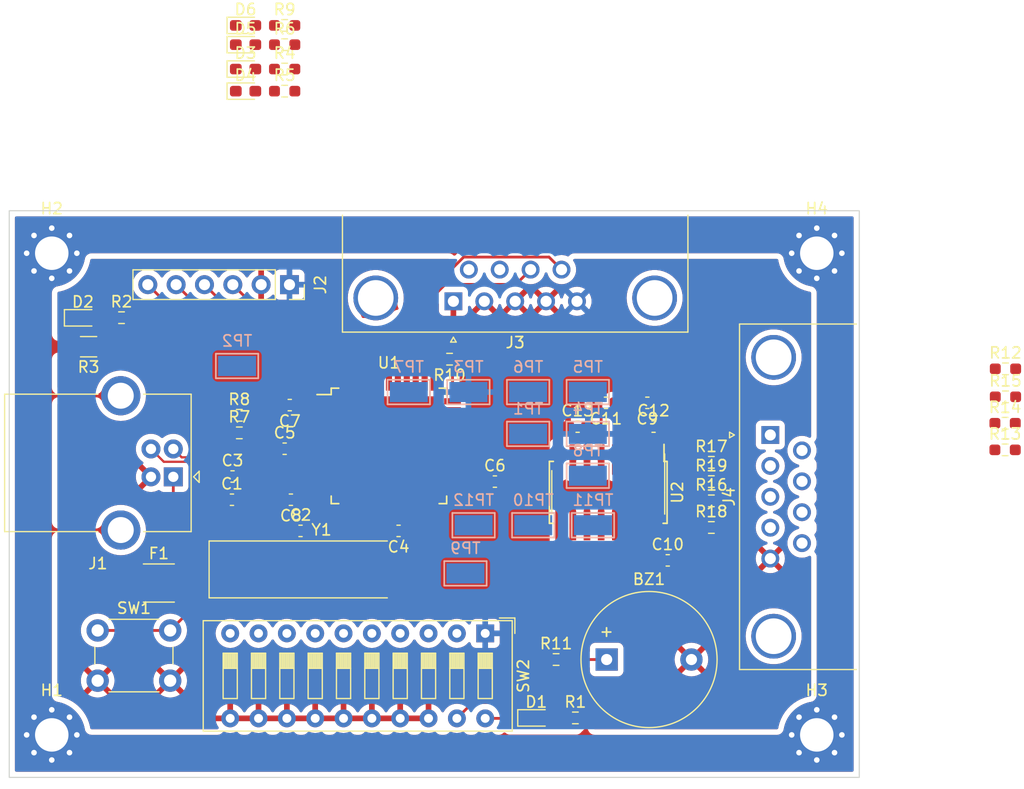
<source format=kicad_pcb>
(kicad_pcb (version 20211014) (generator pcbnew)
  (layers (0 "F.Cu" signal) (31 "B.Cu" signal) (34 "B.Paste" user) (35 "F.Paste" user) (36 "B.SilkS" user "B.Silkscreen") (37 "F.SilkS" user "F.Silkscreen") (38 "B.Mask" user) (39 "F.Mask" user) (44 "Edge.Cuts" user))
  (net 0 "")
  (net 1 "/BUZZER_OUT")
  (net 2 "GND")
  (net 3 "+5V")
  (net 4 "/XTAL2")
  (net 5 "/XTAL1")
  (net 6 "+3.3V")
  (net 7 "Net-(C9-Pad1)")
  (net 8 "Net-(C9-Pad2)")
  (net 9 "/5V_RS232")
  (net 10 "Net-(C11-Pad1)")
  (net 11 "Net-(C11-Pad2)")
  (net 12 "Net-(C12-Pad1)")
  (net 13 "Net-(C13-Pad2)")
  (net 14 "Net-(D1-Pad2)")
  (net 15 "Net-(D2-Pad2)")
  (net 16 "/IO12")
  (net 17 "Net-(D3-Pad2)")
  (net 18 "/TXLED")
  (net 19 "Net-(D4-Pad2)")
  (net 20 "/RXLED")
  (net 21 "Net-(D5-Pad2)")
  (net 22 "Net-(D6-Pad2)")
  (net 23 "/VBUS")
  (net 24 "/DIN-")
  (net 25 "/DIN+")
  (net 26 "/D+")
  (net 27 "/D-")
  (net 28 "/IO13")
  (net 29 "/BUZZER")
  (net 30 "/IO2")
  (net 31 "/IO15")
  (net 32 "/IO16")
  (net 33 "/IO14")
  (net 34 "/IO11")
  (net 35 "/IO7")
  (net 36 "/A0")
  (net 37 "/IO0_RX")
  (net 38 "/IO1_TX")
  (net 39 "/A1")
  (net 40 "/IO8")
  (net 41 "/IO9")
  (net 42 "/IO10")
  (net 43 "/IO5")
  (net 44 "/HWB")
  (net 45 "/IO3")
  (net 46 "/IO4")
  (net 47 "/IO6")
  (net 48 "/A2")
  (net 49 "/A3")
  (net 50 "/A4")
  (net 51 "/A5")
  (net 52 "CGND")
  (net 53 "/RST")
  (net 54 "Net-(J4-Pad1)")
  (net 55 "Net-(J4-Pad2)")
  (net 56 "Net-(J4-Pad3)")
  (net 57 "Net-(J4-Pad4)")
  (net 58 "Net-(J4-Pad6)")
  (net 59 "Net-(J4-Pad7)")
  (net 60 "Net-(J4-Pad8)")
  (net 61 "Net-(J4-Pad9)")
  (net 62 "Net-(R12-Pad2)")
  (net 63 "Net-(R13-Pad2)")
  (net 64 "Net-(R14-Pad2)")
  (net 65 "Net-(R15-Pad2)")
  (net 66 "Net-(R16-Pad1)")
  (net 67 "Net-(R17-Pad1)")
  (net 68 "Net-(R18-Pad1)")
  (net 69 "Net-(R19-Pad1)")
  (footprint "Resistor_SMD:R_0603_1608Metric_Pad0.98x0.95mm_HandSolder" (layer "F.Cu") (at 122.84 77.9152)
    (fp_text reference "R2")
    (fp_text value "1k")
  )
  (footprint "Capacitor_SMD:C_0603_1608Metric_Pad1.08x0.95mm_HandSolder" (layer "F.Cu") (at 171.8056 99.6696)
    (fp_text reference "C10")
    (fp_text value "0.1uF")
  )
  (footprint "Resistor_SMD:R_0603_1608Metric_Pad0.98x0.95mm_HandSolder" (layer "F.Cu") (at 137.4648 53.4416)
    (fp_text reference "R6")
    (fp_text value "1k")
  )
  (footprint "LED_SMD:LED_0603_1608Metric_Pad1.05x0.95mm_HandSolder" (layer "F.Cu") (at 133.9596 55.626)
    (fp_text reference "D3")
    (fp_text value "BLUE")
  )
  (footprint "Resistor_SMD:R_0603_1608Metric_Pad0.98x0.95mm_HandSolder" (layer "F.Cu") (at 202.0805 85.0092)
    (fp_text reference "R15")
    (fp_text value "0")
  )
  (footprint "Resistor_SMD:R_0603_1608Metric_Pad0.98x0.95mm_HandSolder" (layer "F.Cu") (at 133.4008 86.6648)
    (fp_text reference "R8")
    (fp_text value "22")
  )
  (footprint "LED_SMD:LED_0603_1608Metric_Pad1.05x0.95mm_HandSolder" (layer "F.Cu") (at 160.02 113.792)
    (fp_text reference "D1")
    (fp_text value "BLUE")
  )
  (footprint "Resistor_SMD:R_0603_1608Metric_Pad0.98x0.95mm_HandSolder" (layer "F.Cu") (at 161.798 108.5596)
    (fp_text reference "R11")
    (fp_text value "1k")
  )
  (footprint "Resistor_SMD:R_0603_1608Metric_Pad0.98x0.95mm_HandSolder" (layer "F.Cu") (at 175.7172 90.8812)
    (fp_text reference "R17")
    (fp_text value "0")
  )
  (footprint "Resistor_SMD:R_0603_1608Metric_Pad0.98x0.95mm_HandSolder" (layer "F.Cu") (at 133.4008 88.2396)
    (fp_text reference "R7")
    (fp_text value "22")
  )
  (footprint "Connector_USB:USB_B_OST_USB-B1HSxx_Horizontal" (layer "F.Cu") (at 127.4815 92.182 180)
    (fp_text reference "J1")
    (fp_text value "USB_B")
  )
  (footprint "Resistor_SMD:R_0603_1608Metric_Pad0.98x0.95mm_HandSolder" (layer "F.Cu") (at 175.7172 94.3356)
    (fp_text reference "R16")
    (fp_text value "0")
  )
  (footprint "Resistor_SMD:R_0603_1608Metric_Pad0.98x0.95mm_HandSolder" (layer "F.Cu") (at 152.2476 81.6356 180)
    (fp_text reference "R10")
    (fp_text value "1k")
  )
  (footprint "Resistor_SMD:R_0603_1608Metric_Pad0.98x0.95mm_HandSolder" (layer "F.Cu") (at 137.4648 55.626)
    (fp_text reference "R4")
    (fp_text value "1k")
  )
  (footprint "Capacitor_SMD:C_0603_1608Metric_Pad1.08x0.95mm_HandSolder" (layer "F.Cu") (at 156.3116 92.6084)
    (fp_text reference "C6")
    (fp_text value "0.1uF")
  )
  (footprint "Capacitor_SMD:C_0603_1608Metric_Pad1.08x0.95mm_HandSolder" (layer "F.Cu") (at 138.0236 94.234 180)
    (fp_text reference "C8")
    (fp_text value "10uF")
  )
  (footprint "Capacitor_SMD:C_0603_1608Metric_Pad1.08x0.95mm_HandSolder" (layer "F.Cu") (at 137.922 85.7504 180)
    (fp_text reference "C7")
    (fp_text value "0.1uF")
  )
  (footprint "Resistor_SMD:R_0603_1608Metric_Pad0.98x0.95mm_HandSolder" (layer "F.Cu") (at 137.4648 57.6072)
    (fp_text reference "R5")
    (fp_text value "1k")
  )
  (footprint "MountingHole:MountingHole_3mm_Pad_Via" (layer "F.Cu") (at 116.586 72.136)
    (fp_text reference "H2")
    (fp_text value "M3")
  )
  (footprint "MountingHole:MountingHole_3mm_Pad_Via" (layer "F.Cu") (at 185.166 115.316)
    (fp_text reference "H3")
    (fp_text value "M3")
  )
  (footprint "Button_Switch_THT:SW_PUSH_6mm" (layer "F.Cu") (at 120.702 105.954)
    (fp_text reference "SW1")
    (fp_text value "SW_Push")
  )
  (footprint "Capacitor_SMD:C_0603_1608Metric_Pad1.08x0.95mm_HandSolder" (layer "F.Cu") (at 137.4648 89.662)
    (fp_text reference "C5")
    (fp_text value "1uF")
  )
  (footprint "Buzzer_Beeper:Buzzer_12x9.5RM7.6" (layer "F.Cu") (at 166.3292 108.5596)
    (fp_text reference "BZ1")
    (fp_text value "Buzzer")
  )
  (footprint "Resistor_SMD:R_0603_1608Metric_Pad0.98x0.95mm_HandSolder" (layer "F.Cu") (at 163.5252 113.792)
    (fp_text reference "R1")
    (fp_text value "1k")
  )
  (footprint "Connector_Dsub:DSUB-9_Female_Horizontal_P2.77x2.84mm_EdgePinOffset4.94mm_Housed_MountingHolesOffset7.48mm" (layer "F.Cu") (at 152.5904 76.446331 180)
    (fp_text reference "J3")
    (fp_text value "DB9_Male_MountingHoles")
  )
  (footprint "Button_Switch_THT:SW_DIP_SPSTx10_Slide_9.78x27.58mm_W7.62mm_P2.54mm" (layer "F.Cu") (at 155.443 106.2145 -90)
    (fp_text reference "SW2")
    (fp_text value "SW_DIP_x10")
  )
  (footprint "Capacitor_SMD:C_0603_1608Metric_Pad1.08x0.95mm_HandSolder" (layer "F.Cu") (at 166.2684 85.5472 180)
    (fp_text reference "C11")
    (fp_text value "0.1uF")
  )
  (footprint "Resistor_SMD:R_0603_1608Metric_Pad0.98x0.95mm_HandSolder" (layer "F.Cu") (at 202.0805 82.4992)
    (fp_text reference "R12")
    (fp_text value "0")
  )
  (footprint "Resistor_SMD:R_0603_1608Metric_Pad0.98x0.95mm_HandSolder" (layer "F.Cu") (at 202.0466 89.7636)
    (fp_text reference "R13")
    (fp_text value "0")
  )
  (footprint "MountingHole:MountingHole_3mm_Pad_Via" (layer "F.Cu") (at 185.166 72.136)
    (fp_text reference "H4")
    (fp_text value "M3")
  )
  (footprint "Crystal:Crystal_SMD_HC49-SD_HandSoldering" (layer "F.Cu") (at 140.7668 100.4824)
    (fp_text reference "Y1")
    (fp_text value "16MHz")
  )
  (footprint "Capacitor_SMD:C_0603_1608Metric_Pad1.08x0.95mm_HandSolder" (layer "F.Cu") (at 132.7912 92.1512)
    (fp_text reference "C3")
    (fp_text value "1uF")
  )
  (footprint "LED_SMD:LED_0603_1608Metric_Pad1.05x0.95mm_HandSolder" (layer "F.Cu") (at 133.9596 53.4416)
    (fp_text reference "D5")
    (fp_text value "BLUE")
  )
  (footprint "Capacitor_SMD:C_0603_1608Metric_Pad1.08x0.95mm_HandSolder" (layer "F.Cu") (at 147.6756 97.028 180)
    (fp_text reference "C4")
    (fp_text value "18pF")
  )
  (footprint "Package_SO:SOIC-16_3.9x9.9mm_P1.27mm" (layer "F.Cu") (at 166.4716 93.5736 -90)
    (fp_text reference "U3" hide)
    (fp_text value "MAX3232")
  )
  (footprint "Package_SO:SOIC-16W_5.3x10.2mm_P1.27mm" (layer "F.Cu") (at 166.4716 93.5736 -90)
    (fp_text reference "U2")
    (fp_text value "MAX3232")
  )
  (footprint "Capacitor_SMD:C_0603_1608Metric_Pad1.08x0.95mm_HandSolder" (layer "F.Cu") (at 170.5356 87.6808)
    (fp_text reference "C12")
    (fp_text value "0.1uF")
  )
  (footprint "LED_SMD:LED_0603_1608Metric_Pad1.05x0.95mm_HandSolder" (layer "F.Cu") (at 133.9596 57.6072)
    (fp_text reference "D4")
    (fp_text value "BLUE")
  )
  (footprint "LED_SMD:LED_0603_1608Metric_Pad1.05x0.95mm_HandSolder" (layer "F.Cu") (at 133.9596 51.7144)
    (fp_text reference "D6")
    (fp_text value "RED")
  )
  (footprint "Capacitor_SMD:C_0603_1608Metric_Pad1.08x0.95mm_HandSolder" (layer "F.Cu") (at 169.9768 85.5472 180)
    (fp_text reference "C9")
    (fp_text value "0.1uF")
  )
  (footprint "Resistor_SMD:R_0603_1608Metric_Pad0.98x0.95mm_HandSolder" (layer "F.Cu") (at 202.0466 87.376)
    (fp_text reference "R14")
    (fp_text value "0")
  )
  (footprint "Capacitor_SMD:C_0603_1608Metric_Pad1.08x0.95mm_HandSolder" (layer "F.Cu") (at 163.7284 87.6808)
    (fp_text reference "C13")
    (fp_text value "0.1uF")
  )
  (footprint "MountingHole:MountingHole_3mm_Pad_Via" (layer "F.Cu") (at 116.586 115.316)
    (fp_text reference "H1")
    (fp_text value "M3")
  )
  (footprint "Capacitor_SMD:C_0603_1608Metric_Pad1.08x0.95mm_HandSolder" (layer "F.Cu") (at 138.8872 97.028)
    (fp_text reference "C2")
    (fp_text value "18pF")
  )
  (footprint "Connector_Dsub:DSUB-9_Female_Horizontal_P2.77x2.84mm_EdgePinOffset4.94mm_Housed_MountingHolesOffset7.48mm" (layer "F.Cu") (at 181.0004 88.43 90)
    (fp_text reference "J4")
    (fp_text value "DB9_Male_MountingHoles")
  )
  (footprint "Resistor_SMD:R_0603_1608Metric_Pad0.98x0.95mm_HandSolder" (layer "F.Cu") (at 137.4648 51.7144)
    (fp_text reference "R9")
    (fp_text value "1k")
  )
  (footprint "LED_SMD:LED_0603_1608Metric_Pad1.05x0.95mm_HandSolder" (layer "F.Cu") (at 119.38 77.9272)
    (fp_text reference "D2")
    (fp_text value "BLUE")
  )
  (footprint "Capacitor_SMD:C_0603_1608Metric_Pad1.08x0.95mm_HandSolder" (layer "F.Cu") (at 132.7404 94.234)
    (fp_text reference "C1")
    (fp_text value "10uF")
  )
  (footprint "Resistor_SMD:R_0603_1608Metric_Pad0.98x0.95mm_HandSolder" (layer "F.Cu") (at 175.7172 96.7232)
    (fp_text reference "R18")
    (fp_text value "0")
  )
  (footprint "Package_QFP:TQFP-44_10x10mm_P0.8mm" (layer "F.Cu") (at 146.812 89.408)
    (fp_text reference "U1")
    (fp_text value "ATmega32U4-A")
  )
  (footprint "Resistor_SMD:R_1206_3216Metric_Pad1.30x1.75mm_HandSolder" (layer "F.Cu") (at 119.888 80.518 180)
    (fp_text reference "R3")
    (fp_text value "1Meg")
  )
  (footprint "Resistor_SMD:R_1812_4532Metric_Pad1.30x3.40mm_HandSolder" (layer "F.Cu") (at 126.1872 101.7016)
    (fp_text reference "F1")
    (fp_text value "500mA")
  )
  (footprint "Connector_PinSocket_2.54mm:PinSocket_1x06_P2.54mm_Vertical" (layer "F.Cu") (at 137.897 74.955 -90)
    (fp_text reference "J2")
    (fp_text value "Conn_01x06_2.54mm")
  )
  (footprint "Resistor_SMD:R_0603_1608Metric_Pad0.98x0.95mm_HandSolder" (layer "F.Cu") (at 175.7153 92.6084)
    (fp_text reference "R19")
    (fp_text value "0")
  )
  (footprint "TestPoint:TestPoint_Keystone_5015_Micro-Minature" (layer "B.Cu") (at 159.75 96.52 180)
    (fp_text reference "TP10")
    (fp_text value "TestPoint")
  )
  (footprint "TestPoint:TestPoint_Keystone_5015_Micro-Minature" (layer "B.Cu") (at 164.64 84.582 180)
    (fp_text reference "TP5")
    (fp_text value "TestPoint")
  )
  (footprint "TestPoint:TestPoint_Keystone_5015_Micro-Minature" (layer "B.Cu") (at 153.94 84.582 180)
    (fp_text reference "TP3")
    (fp_text value "TestPoint")
  )
  (footprint "TestPoint:TestPoint_Keystone_5015_Micro-Minature" (layer "B.Cu") (at 153.67 100.838 180)
    (fp_text reference "TP9")
    (fp_text value "TestPoint")
  )
  (footprint "TestPoint:TestPoint_Keystone_5015_Micro-Minature" (layer "B.Cu") (at 165.1 96.52 180)
    (fp_text reference "TP11")
    (fp_text value "TestPoint")
  )
  (footprint "TestPoint:TestPoint_Keystone_5015_Micro-Minature" (layer "B.Cu") (at 159.29 88.332 180)
    (fp_text reference "TP1")
    (fp_text value "TestPoint")
  )
  (footprint "TestPoint:TestPoint_Keystone_5015_Micro-Minature" (layer "B.Cu") (at 154.4 96.52 180)
    (fp_text reference "TP12")
    (fp_text value "TestPoint")
  )
  (footprint "TestPoint:TestPoint_Keystone_5015_Micro-Minature" (layer "B.Cu") (at 148.59 84.582 180)
    (fp_text reference "TP7")
    (fp_text value "TestPoint")
  )
  (footprint "TestPoint:TestPoint_Keystone_5015_Micro-Minature" (layer "B.Cu") (at 133.1976 82.2452 180)
    (fp_text reference "TP2")
    (fp_text value "TestPoint")
  )
  (footprint "TestPoint:TestPoint_Keystone_5015_Micro-Minature" (layer "B.Cu") (at 164.64 92.082 180)
    (fp_text reference "TP8")
    (fp_text value "TestPoint")
  )
  (footprint "TestPoint:TestPoint_Keystone_5015_Micro-Minature" (layer "B.Cu") (at 164.64 88.332 180)
    (fp_text reference "TP4")
    (fp_text value "TestPoint")
  )
  (footprint "TestPoint:TestPoint_Keystone_5015_Micro-Minature" (layer "B.Cu") (at 159.29 84.582 180)
    (fp_text reference "TP6")
    (fp_text value "TestPoint")
  )
  (gr_rect (start 112.776 68.326) (end 188.976 119.126) (layer "Edge.Cuts") (width 0.1) (fill none))
  (segment (start 162.7105 108.5596) (end 166.3292 108.5596) (width 0.25) (layer "F.Cu") (net 1))
  (segment (start 141.112 88.608) (end 139.6872 88.608) (width 0.25) (layer "F.Cu") (net 2))
  (segment (start 139.6872 88.608) (end 139.5984 88.6968) (width 0.25) (layer "F.Cu") (net 2))
  (segment (start 144.412 94.12) (end 144.412 95.108) (width 0.25) (layer "F.Cu") (net 3))
  (segment (start 128.4122 99.2734) (end 131.8779 95.8077) (width 0.25) (layer "F.Cu") (net 3))
  (segment (start 138.8861 94.234) (end 141.932511 94.234) (width 0.25) (layer "F.Cu") (net 3))
  (segment (start 150.812 82.1587) (end 151.3351 81.6356) (width 0.25) (layer "F.Cu") (net 3))
  (segment (start 131.8779 92.202) (end 131.9287 92.1512) (width 0.25) (layer "F.Cu") (net 3))
  (segment (start 155.4491 92.6084) (end 155.4487 92.608) (width 0.25) (layer "F.Cu") (net 3))
  (segment (start 142.338911 93.8276) (end 144.1196 93.8276) (width 0.25) (layer "F.Cu") (net 3))
  (segment (start 150.812 83.708) (end 150.812 82.1587) (width 0.25) (layer "F.Cu") (net 3))
  (segment (start 128.4122 101.7016) (end 128.4122 99.2734) (width 0.25) (layer "F.Cu") (net 3))
  (segment (start 141.932511 94.234) (end 142.338911 93.8276) (width 0.25) (layer "F.Cu") (net 3))
  (segment (start 131.8779 94.234) (end 131.8779 92.202) (width 0.25) (layer "F.Cu") (net 3))
  (segment (start 155.4487 92.608) (end 152.512 92.608) (width 0.25) (layer "F.Cu") (net 3))
  (segment (start 144.1196 93.8276) (end 144.412 94.12) (width 0.25) (layer "F.Cu") (net 3))
  (segment (start 131.8779 95.8077) (end 131.8779 94.234) (width 0.25) (layer "F.Cu") (net 3))
  (segment (start 137.8204 100.4824) (end 139.7497 98.5531) (width 0.25) (layer "F.Cu") (net 4))
  (segment (start 139.7497 98.5531) (end 139.7497 97.028) (width 0.25) (layer "F.Cu") (net 4))
  (segment (start 134.8293 100.4824) (end 137.8204 100.4824) (width 0.25) (layer "F.Cu") (net 4))
  (segment (start 139.7497 97.028) (end 145.1864 97.028) (width 0.25) (layer "F.Cu") (net 4))
  (segment (start 145.1864 97.028) (end 146.012 96.2024) (width 0.25) (layer "F.Cu") (net 4))
  (segment (start 146.012 96.2024) (end 146.012 95.108) (width 0.25) (layer "F.Cu") (net 4))
  (segment (start 146.812 97.0269) (end 146.8131 97.028) (width 0.25) (layer "F.Cu") (net 5))
  (segment (start 146.812 95.108) (end 146.812 97.0269) (width 0.25) (layer "F.Cu") (net 5))
  (segment (start 146.7043 97.1368) (end 146.7043 100.4824) (width 0.25) (layer "F.Cu") (net 5))
  (segment (start 146.8131 97.028) (end 146.7043 97.1368) (width 0.25) (layer "F.Cu") (net 5))
  (segment (start 137.40182 90.46152) (end 138.95128 90.46152) (width 0.25) (layer "F.Cu") (net 6))
  (segment (start 138.95128 90.46152) (end 140.0048 89.408) (width 0.25) (layer "F.Cu") (net 6))
  (segment (start 140.0048 89.408) (end 141.112 89.408) (width 0.25) (layer "F.Cu") (net 6))
  (segment (start 136.6023 89.662) (end 137.40182 90.46152) (width 0.25) (layer "F.Cu") (net 6))
  (segment (start 170.53608 88.54488) (end 170.53608 85.85042) (width 0.25) (layer "F.Cu") (net 7))
  (segment (start 170.53608 85.85042) (end 170.8393 85.5472) (width 0.25) (layer "F.Cu") (net 7))
  (segment (start 170.9166 88.9254) (end 170.53608 88.54488) (width 0.25) (layer "F.Cu") (net 7))
  (segment (start 170.9166 90.0236) (end 170.9166 88.9254) (width 0.25) (layer "F.Cu") (net 7))
  (segment (start 169.1143 85.5472) (end 168.3766 86.2849) (width 0.25) (layer "F.Cu") (net 8))
  (segment (start 168.3766 86.2849) (end 168.3766 90.0236) (width 0.25) (layer "F.Cu") (net 8))
  (segment (start 157.6832 114.6556) (end 163.5741 114.6556) (width 0.25) (layer "F.Cu") (net 9))
  (segment (start 163.5741 114.6556) (end 164.4377 113.792) (width 0.25) (layer "F.Cu") (net 9))
  (segment (start 156.8621 113.8345) (end 157.6832 114.6556) (width 0.25) (layer "F.Cu") (net 9))
  (segment (start 170.9166 109.1438) (end 170.9166 97.1236) (width 0.25) (layer "F.Cu") (net 9))
  (segment (start 166.2684 113.792) (end 170.9166 109.1438) (width 0.25) (layer "F.Cu") (net 9))
  (segment (start 164.4377 113.792) (end 166.2684 113.792) (width 0.25) (layer "F.Cu") (net 9))
  (segment (start 155.443 113.8345) (end 156.8621 113.8345) (width 0.25) (layer "F.Cu") (net 9))
  (segment (start 167.1309 85.5472) (end 167.1066 85.5715) (width 0.25) (layer "F.Cu") (net 10))
  (segment (start 167.1066 85.5715) (end 167.1066 90.0236) (width 0.25) (layer "F.Cu") (net 10))
  (segment (start 165.8366 85.9779) (end 165.8366 90.0236) (width 0.25) (layer "F.Cu") (net 11))
  (segment (start 165.4059 85.5472) (end 165.8366 85.9779) (width 0.25) (layer "F.Cu") (net 11))
  (segment (start 169.6731 89.9971) (end 169.6466 90.0236) (width 0.25) (layer "F.Cu") (net 12))
  (segment (start 169.6731 87.6808) (end 169.6731 89.9971) (width 0.25) (layer "F.Cu") (net 12))
  (segment (start 164.5909 91.0743) (end 164.5666 91.0986) (width 0.25) (layer "F.Cu") (net 13))
  (segment (start 164.5909 87.6808) (end 164.5909 91.0743) (width 0.25) (layer "F.Cu") (net 13))
  (segment (start 160.895 113.792) (end 162.6127 113.792) (width 0.25) (layer "F.Cu") (net 14))
  (segment (start 127.4815 97.2069) (end 123.9622 100.7262) (width 0.25) (layer "F.Cu") (net 23))
  (segment (start 123.9622 100.7262) (end 123.9622 101.7016) (width 0.25) (layer "F.Cu") (net 23))
  (segment (start 127.4815 92.182) (end 127.4815 97.2069) (width 0.25) (layer "F.Cu") (net 23))
  (segment (start 131.595247 88.567647) (end 129.730903 90.431991) (width 0.2) (layer "F.Cu") (net 24))
  (segment (start 128.231491 90.431991) (end 127.4815 89.682) (width 0.2) (layer "F.Cu") (net 24))
  (segment (start 129.730903 90.431991) (end 128.231491 90.431991) (width 0.2) (layer "F.Cu") (net 24))
  (segment (start 132.4883 86.6648) (end 131.595247 87.557853) (width 0.2) (layer "F.Cu") (net 24))
  (segment (start 131.595247 87.557853) (end 131.595247 88.567647) (width 0.2) (layer "F.Cu") (net 24))
  (segment (start 126.631011 90.831511) (end 125.4815 89.682) (width 0.2) (layer "F.Cu") (net 25))
  (segment (start 129.896389 90.831511) (end 126.631011 90.831511) (width 0.2) (layer "F.Cu") (net 25))
  (segment (start 132.4883 88.2396) (end 129.896389 90.831511) (width 0.2) (layer "F.Cu") (net 25))
  (segment (start 141.112 87.808) (end 139.7292 87.808) (width 0.2) (layer "F.Cu") (net 26))
  (segment (start 134.3133 88.2396) (end 134.875699 87.677201) (width 0.2) (layer "F.Cu") (net 26))
  (segment (start 134.875699 87.677201) (end 139.5984 87.6772) (width 0.2) (layer "F.Cu") (net 26))
  (segment (start 139.7292 87.808) (end 139.5984 87.6772) (width 0.2) (layer "F.Cu") (net 26))
  (segment (start 134.3133 86.6648) (end 134.875699 87.227199) (width 0.2) (layer "F.Cu") (net 27))
  (segment (start 141.112 87.008) (end 139.8176 87.008) (width 0.2) (layer "F.Cu") (net 27))
  (segment (start 139.8176 87.008) (end 139.5984 87.2272) (width 0.2) (layer "F.Cu") (net 27))
  (segment (start 134.875699 87.227199) (end 139.5984 87.2272) (width 0.2) (layer "F.Cu") (net 27))
  (segment (start 160.8855 108.6085) (end 160.8855 108.5596) (width 0.25) (layer "F.Cu") (net 29))
  (segment (start 152.903 113.8345) (end 154.3171 112.4204) (width 0.25) (layer "F.Cu") (net 29))
  (segment (start 154.3171 112.4204) (end 157.0736 112.4204) (width 0.25) (layer "F.Cu") (net 29))
  (segment (start 157.0736 112.4204) (end 160.8855 108.6085) (width 0.25) (layer "F.Cu") (net 29))
  (segment (start 151.857709 74.93) (end 149.212 77.575709) (width 0.25) (layer "F.Cu") (net 36))
  (segment (start 149.212 77.575709) (end 149.212 83.708) (width 0.25) (layer "F.Cu") (net 36))
  (segment (start 158.191731 74.93) (end 151.857709 74.93) (width 0.25) (layer "F.Cu") (net 36))
  (segment (start 159.5154 73.606331) (end 158.191731 74.93) (width 0.25) (layer "F.Cu") (net 36))
  (segment (start 153.509611 72.48182) (end 161.160889 72.48182) (width 0.25) (layer "F.Cu") (net 39))
  (segment (start 148.412 77.579431) (end 153.509611 72.48182) (width 0.25) (layer "F.Cu") (net 39))
  (segment (start 148.412 83.708) (end 148.412 77.579431) (width 0.25) (layer "F.Cu") (net 39))
  (segment (start 161.160889 72.48182) (end 162.2854 73.606331) (width 0.25) (layer "F.Cu") (net 39))
  (segment (start 152.512 85.408) (end 152.512 82.2837) (width 0.25) (layer "F.Cu") (net 44))
  (segment (start 152.512 82.2837) (end 153.1601 81.6356) (width 0.25) (layer "F.Cu") (net 44))
  (segment (start 132.817 74.955) (end 136.62504 78.76304) (width 0.25) (layer "F.Cu") (net 48))
  (segment (start 143.976315 79.026363) (end 147.612 82.662048) (width 0.25) (layer "F.Cu") (net 48))
  (segment (start 143.712993 78.76304) (end 143.976315 79.026363) (width 0.25) (layer "F.Cu") (net 48))
  (segment (start 147.612 82.662048) (end 147.612 83.708) (width 0.25) (layer "F.Cu") (net 48))
  (segment (start 136.62504 78.76304) (end 143.712993 78.76304) (width 0.25) (layer "F.Cu") (net 48))
  (segment (start 130.277 74.955) (end 134.53456 79.21256) (width 0.25) (layer "F.Cu") (net 49))
  (segment (start 134.53456 79.21256) (end 143.526795 79.21256) (width 0.25) (layer "F.Cu") (net 49))
  (segment (start 143.526795 79.21256) (end 146.812 82.497765) (width 0.25) (layer "F.Cu") (net 49))
  (segment (start 146.812 82.497765) (end 146.812 83.708) (width 0.25) (layer "F.Cu") (net 49))
  (segment (start 127.737 74.955) (end 132.44408 79.66208) (width 0.25) (layer "F.Cu") (net 50))
  (segment (start 143.340598 79.66208) (end 146.012 82.333482) (width 0.25) (layer "F.Cu") (net 50))
  (segment (start 132.44408 79.66208) (end 143.340598 79.66208) (width 0.25) (layer "F.Cu") (net 50))
  (segment (start 146.012 82.333482) (end 146.012 83.708) (width 0.25) (layer "F.Cu") (net 50))
  (segment (start 125.197 74.955) (end 130.3536 80.1116) (width 0.25) (layer "F.Cu") (net 51))
  (segment (start 145.212 82.1692) (end 145.212 83.708) (width 0.25) (layer "F.Cu") (net 51))
  (segment (start 143.1544 80.1116) (end 145.212 82.1692) (width 0.25) (layer "F.Cu") (net 51))
  (segment (start 130.3536 80.1116) (end 143.1544 80.1116) (width 0.25) (layer "F.Cu") (net 51))
  (segment (start 116.3064 84.912) (end 116.2812 84.8868) (width 0.25) (layer "F.Cu") (net 52))
  (segment (start 122.7715 96.952) (end 116.2556 96.952) (width 0.25) (layer "F.Cu") (net 52))
  (segment (start 122.7715 84.912) (end 116.3064 84.912) (width 0.25) (layer "F.Cu") (net 52))
  (segment (start 116.2556 96.952) (end 116.2304 96.9772) (width 0.25) (layer "F.Cu") (net 52))
  (segment (start 129.9464 103.2096) (end 129.9464 98.7044) (width 0.25) (layer "F.Cu") (net 53))
  (segment (start 127.202 105.954) (end 129.9464 103.2096) (width 0.25) (layer "F.Cu") (net 53))
  (segment (start 120.702 105.954) (end 127.202 105.954) (width 0.25) (layer "F.Cu") (net 53))
  (segment (start 141.5796 95.8596) (end 142.24 96.52) (width 0.25) (layer "F.Cu") (net 53))
  (segment (start 142.24 96.52) (end 143.074022 96.52) (width 0.25) (layer "F.Cu") (net 53))
  (segment (start 143.074022 96.52) (end 143.612 95.982022) (width 0.25) (layer "F.Cu") (net 53))
  (segment (start 129.9464 98.7044) (end 132.7912 95.8596) (width 0.25) (layer "F.Cu") (net 53))
  (segment (start 132.7912 95.8596) (end 141.5796 95.8596) (width 0.25) (layer "F.Cu") (net 53))
  (segment (start 143.612 95.982022) (end 143.612 95.108) (width 0.25) (layer "F.Cu") (net 53))
  (zone (net 52) (net_name "CGND") (layers F&B.Cu) (connect_pads yes (clearance 0.508)) (min_thickness 0.254) (fill yes (thermal_gap 0.508) (thermal_bridge_width 0.508))
    (polygon (pts (xy 188.976 119.126) (xy 112.776 119.126) (xy 112.776 68.326) (xy 188.976 68.326)))
  )
  (zone (net 2) (net_name "GND") (layer "F.Cu") (priority 1) (connect_pads (clearance 0.508)) (min_thickness 0.254) (fill yes (thermal_gap 0.508) (thermal_bridge_width 0.508))
    (polygon (pts (xy 184.658 114.808) (xy 117.094 114.808) (xy 117.094 72.644) (xy 184.658 72.644)))
  )
  (zone (net 3) (net_name "+5V") (layer "B.Cu") (priority 1) (connect_pads (clearance 0.508)) (min_thickness 0.254) (fill yes (thermal_gap 0.508) (thermal_bridge_width 0.508))
    (polygon (pts (xy 117.094 114.808) (xy 184.658 114.808) (xy 184.658 72.644) (xy 117.094 72.644)))
  )
)
</source>
